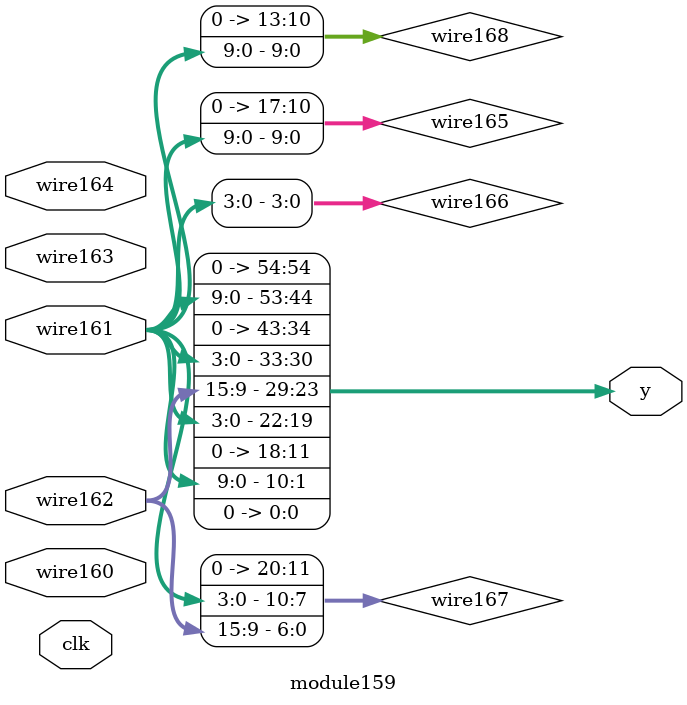
<source format=v>
module top
#(parameter param271 = ({({(|(8'hb1))} >>> ((-(8'hb3)) ? (~(8'ha7)) : ((8'ha7) ? (8'hba) : (8'ha4))))} ? ((8'ha4) ? ((-(+(8'had))) - ({(8'ha1)} ? {(8'ha8), (8'ha7)} : ((8'ha8) >>> (8'had)))) : {(+(~^(8'hbe)))}) : ((((-(8'ha8)) - (&(8'ha4))) & (((8'hbf) ? (8'hbb) : (8'hb2)) * {(8'had), (8'hae)})) ? (|{((8'h9f) * (8'hab)), (~|(8'ha5))}) : ((((8'ha3) * (8'hb4)) & ((8'hba) || (8'hae))) | ({(8'ha1), (8'h9e)} ? {(8'ha8)} : (~^(8'hb9)))))))
(y, clk, wire0, wire1, wire2, wire3, wire4);
  output wire [(32'h1c2):(32'h0)] y;
  input wire [(1'h0):(1'h0)] clk;
  input wire signed [(5'h13):(1'h0)] wire0;
  input wire [(4'he):(1'h0)] wire1;
  input wire signed [(4'h8):(1'h0)] wire2;
  input wire signed [(5'h12):(1'h0)] wire3;
  input wire [(4'hc):(1'h0)] wire4;
  wire [(5'h15):(1'h0)] wire269;
  wire [(5'h14):(1'h0)] wire268;
  wire [(5'h13):(1'h0)] wire267;
  wire [(5'h14):(1'h0)] wire266;
  wire signed [(2'h3):(1'h0)] wire261;
  wire [(4'hc):(1'h0)] wire260;
  wire signed [(5'h13):(1'h0)] wire5;
  wire [(3'h7):(1'h0)] wire56;
  wire [(4'hb):(1'h0)] wire58;
  wire [(5'h15):(1'h0)] wire59;
  wire [(5'h12):(1'h0)] wire135;
  wire signed [(5'h13):(1'h0)] wire137;
  wire signed [(4'hf):(1'h0)] wire258;
  reg [(4'he):(1'h0)] reg270 = (1'h0);
  reg signed [(4'hb):(1'h0)] reg265 = (1'h0);
  reg signed [(3'h4):(1'h0)] reg264 = (1'h0);
  reg [(4'hc):(1'h0)] reg263 = (1'h0);
  reg signed [(4'hb):(1'h0)] reg138 = (1'h0);
  reg [(5'h15):(1'h0)] reg139 = (1'h0);
  reg [(5'h14):(1'h0)] reg140 = (1'h0);
  reg signed [(5'h12):(1'h0)] reg141 = (1'h0);
  reg signed [(5'h15):(1'h0)] reg142 = (1'h0);
  reg [(4'ha):(1'h0)] reg143 = (1'h0);
  reg [(5'h10):(1'h0)] reg144 = (1'h0);
  reg [(5'h14):(1'h0)] reg145 = (1'h0);
  reg [(4'hb):(1'h0)] reg146 = (1'h0);
  reg signed [(5'h13):(1'h0)] reg147 = (1'h0);
  reg signed [(5'h12):(1'h0)] reg148 = (1'h0);
  reg [(4'h9):(1'h0)] reg149 = (1'h0);
  reg signed [(4'h9):(1'h0)] reg150 = (1'h0);
  assign y = {wire269,
                 wire268,
                 wire267,
                 wire266,
                 wire261,
                 wire260,
                 wire5,
                 wire56,
                 wire58,
                 wire59,
                 wire135,
                 wire137,
                 wire258,
                 reg270,
                 reg265,
                 reg264,
                 reg263,
                 reg138,
                 reg139,
                 reg140,
                 reg141,
                 reg142,
                 reg143,
                 reg144,
                 reg145,
                 reg146,
                 reg147,
                 reg148,
                 reg149,
                 reg150,
                 (1'h0)};
  assign wire5 = {wire2[(2'h3):(2'h2)],
                     $unsigned((wire3[(5'h12):(4'hf)] ?
                         wire1 : $unsigned((wire1 <<< wire3))))};
  module6 #() modinst57 (.wire8(wire1), .wire7(wire2), .clk(clk), .wire10(wire4), .y(wire56), .wire9(wire5));
  assign wire58 = (^~$signed($signed((~&$unsigned(wire56)))));
  assign wire59 = {(wire2 || wire5)};
  module60 #() modinst136 (.y(wire135), .wire63(wire0), .wire64(wire5), .clk(clk), .wire62(wire58), .wire61(wire3));
  assign wire137 = {(!wire0[(3'h6):(3'h6)]),
                       (($unsigned(wire5) ?
                               (wire5 < {wire1}) : (+(wire135 >= wire5))) ?
                           $unsigned(((wire56 ? wire2 : wire59) & (wire58 ?
                               wire4 : wire56))) : ($signed((wire5 ?
                                   wire135 : wire1)) ?
                               ($signed((8'h9c)) ?
                                   $unsigned(wire3) : wire59[(4'ha):(2'h3)]) : wire135[(5'h11):(4'he)]))};
  always
    @(posedge clk) begin
      if (($signed($unsigned(wire56[(2'h3):(1'h1)])) ? $signed(wire2) : wire58))
        begin
          reg138 <= ($signed($unsigned($unsigned((wire137 != (8'hbc))))) & ((~^wire135[(3'h5):(1'h0)]) ?
              wire137 : ({(8'hac)} ? wire58 : (&$signed((8'hbc))))));
          reg139 <= (~&wire5[(3'h5):(1'h1)]);
          if ((^~({($unsigned(reg138) ^~ (^wire0)),
              $signed((wire5 ~^ wire2))} >= ((!(~^(8'hb7))) <= $unsigned($signed(wire59))))))
            begin
              reg140 <= (($unsigned($signed((^wire56))) ?
                      (^~$signed(((7'h41) ?
                          (8'hb4) : (8'hb7)))) : $signed(((^~wire135) ?
                          (wire135 && wire59) : $unsigned(wire59)))) ?
                  (|$signed(wire1)) : $signed(wire4[(2'h3):(2'h3)]));
            end
          else
            begin
              reg140 <= wire58;
              reg141 <= wire0[(5'h12):(4'hf)];
              reg142 <= {$unsigned({((reg138 ? wire1 : wire5) ?
                          wire1 : $signed(reg139))})};
              reg143 <= (((8'hb7) ? $signed(wire1) : reg140[(1'h0):(1'h0)]) ?
                  (wire2 ?
                      {reg140} : wire5) : $unsigned($signed({$unsigned(reg141),
                      (reg140 ^~ reg140)})));
              reg144 <= $signed(reg143[(3'h7):(2'h3)]);
            end
          if ({(($signed(wire4[(2'h2):(1'h1)]) <= (~^(reg141 > (7'h41)))) ?
                  $unsigned($unsigned((reg141 ?
                      wire0 : wire135))) : $unsigned(((wire5 >>> wire58) ?
                      $signed(wire0) : {reg143, wire5}))),
              (($unsigned(((8'h9f) ? wire5 : wire137)) >= (reg142 ?
                  ((8'had) - wire3) : $signed(wire59))) | ($signed($signed(wire56)) << (reg143 ~^ (~&reg139))))})
            begin
              reg145 <= wire59[(3'h5):(1'h1)];
              reg146 <= (!(!$unsigned($unsigned(wire59))));
              reg147 <= ((8'ha6) - wire1);
            end
          else
            begin
              reg145 <= ({reg140} ?
                  $signed((^reg142[(5'h11):(4'ha)])) : $signed($unsigned({(wire1 ?
                          (8'h9c) : reg145),
                      $signed(reg141)})));
              reg146 <= (8'hbe);
              reg147 <= $unsigned(wire56);
              reg148 <= $signed($unsigned((~^reg146[(3'h4):(2'h3)])));
              reg149 <= {{((8'hb4) <= $unsigned(reg139[(5'h15):(4'hb)]))},
                  (reg148 * reg143[(3'h6):(2'h2)])};
            end
          reg150 <= wire135[(1'h1):(1'h1)];
        end
      else
        begin
          reg138 <= (reg144 >>> ((reg145[(4'ha):(4'h8)] ?
              $signed({wire0,
                  reg138}) : $unsigned($unsigned(wire58))) && $unsigned($signed((wire5 ?
              reg147 : wire56)))));
          reg139 <= ((8'ha9) >= ((^wire5[(4'h9):(3'h5)]) || $unsigned((reg147[(4'he):(3'h7)] ?
              $unsigned(wire59) : reg144[(2'h3):(1'h1)]))));
          reg140 <= reg146;
          reg141 <= (7'h44);
        end
    end
  module151 #() modinst259 (.y(wire258), .clk(clk), .wire154(reg140), .wire155(wire59), .wire152(reg142), .wire153(reg150));
  assign wire260 = $signed(($signed(reg149) ? wire58 : wire2[(3'h5):(2'h2)]));
  module60 #() modinst262 (.wire64(wire5), .wire62(wire4), .wire61(wire135), .clk(clk), .y(wire261), .wire63(wire137));
  always
    @(posedge clk) begin
      reg263 <= wire260[(4'h9):(3'h5)];
    end
  always
    @(posedge clk) begin
      reg264 <= reg148;
      reg265 <= reg144[(4'hb):(4'h8)];
    end
  assign wire266 = {(+(+$unsigned((wire258 ? (8'ha8) : reg144)))),
                       {$signed(((~|wire258) ? (&(7'h43)) : reg141))}};
  assign wire267 = wire5;
  assign wire268 = $unsigned($signed($signed((|((8'hb4) ? reg147 : reg139)))));
  assign wire269 = reg140[(3'h5):(3'h4)];
  always
    @(posedge clk) begin
      reg270 <= (~|wire4);
    end
endmodule

module module151
#(parameter param257 = (((~&((~|(8'ha1)) ? ((8'hae) * (8'hbd)) : ((8'ha5) ? (7'h44) : (8'hb9)))) && (+{((8'haa) ? (8'h9f) : (8'hac)), ((8'had) & (8'hbe))})) - (~^((((8'hb6) ^ (8'hb9)) ? ((8'had) ? (8'ha2) : (7'h40)) : ((8'ha7) ? (8'ha1) : (7'h44))) ? (~&((8'hb7) ? (8'h9d) : (8'ha5))) : {((8'ha1) | (8'hbb))}))))
(y, clk, wire155, wire154, wire153, wire152);
  output wire [(32'h157):(32'h0)] y;
  input wire [(1'h0):(1'h0)] clk;
  input wire [(5'h15):(1'h0)] wire155;
  input wire signed [(5'h14):(1'h0)] wire154;
  input wire signed [(4'h9):(1'h0)] wire153;
  input wire signed [(5'h12):(1'h0)] wire152;
  wire [(5'h15):(1'h0)] wire256;
  wire [(5'h14):(1'h0)] wire255;
  wire [(5'h14):(1'h0)] wire254;
  wire [(4'hb):(1'h0)] wire171;
  wire [(5'h11):(1'h0)] wire158;
  wire [(3'h7):(1'h0)] wire157;
  wire [(2'h2):(1'h0)] wire156;
  wire signed [(4'hb):(1'h0)] wire173;
  wire signed [(4'hf):(1'h0)] wire174;
  wire [(4'hc):(1'h0)] wire175;
  wire signed [(5'h10):(1'h0)] wire185;
  wire signed [(5'h14):(1'h0)] wire187;
  wire signed [(3'h5):(1'h0)] wire252;
  reg signed [(4'he):(1'h0)] reg188 = (1'h0);
  reg [(5'h15):(1'h0)] reg189 = (1'h0);
  reg [(4'h9):(1'h0)] reg190 = (1'h0);
  reg [(3'h5):(1'h0)] reg191 = (1'h0);
  reg [(4'hb):(1'h0)] reg192 = (1'h0);
  reg [(4'h9):(1'h0)] reg193 = (1'h0);
  reg [(3'h4):(1'h0)] reg194 = (1'h0);
  reg [(2'h3):(1'h0)] reg195 = (1'h0);
  reg signed [(5'h13):(1'h0)] reg196 = (1'h0);
  reg [(5'h11):(1'h0)] reg197 = (1'h0);
  reg signed [(5'h11):(1'h0)] reg198 = (1'h0);
  reg signed [(3'h4):(1'h0)] reg199 = (1'h0);
  reg [(4'h8):(1'h0)] reg200 = (1'h0);
  reg [(3'h7):(1'h0)] reg201 = (1'h0);
  reg signed [(5'h11):(1'h0)] reg202 = (1'h0);
  assign y = {wire256,
                 wire255,
                 wire254,
                 wire171,
                 wire158,
                 wire157,
                 wire156,
                 wire173,
                 wire174,
                 wire175,
                 wire185,
                 wire187,
                 wire252,
                 reg188,
                 reg189,
                 reg190,
                 reg191,
                 reg192,
                 reg193,
                 reg194,
                 reg195,
                 reg196,
                 reg197,
                 reg198,
                 reg199,
                 reg200,
                 reg201,
                 reg202,
                 (1'h0)};
  assign wire156 = {wire155, wire152};
  assign wire157 = (wire153 <<< (|(!$signed({wire155}))));
  assign wire158 = {(((8'h9d) ?
                               $unsigned((wire157 >> wire152)) : $signed(wire157)) ?
                           ($signed(wire156) ?
                               (((8'hb4) ?
                                   wire156 : (8'hbb)) || (wire152 >= wire157)) : ({wire155} ?
                                   (wire153 ?
                                       wire157 : wire155) : (+wire152))) : (^((wire154 ?
                                   (8'ha6) : (8'hb2)) ?
                               wire152[(2'h3):(2'h2)] : $unsigned(wire157)))),
                       wire157[(3'h4):(2'h2)]};
  module159 #() modinst172 (wire171, clk, wire154, wire152, wire155, wire153, wire158);
  assign wire173 = $unsigned($signed($signed(((wire154 ?
                       (8'hba) : wire171) && wire158[(4'hd):(4'h8)]))));
  assign wire174 = (&wire154);
  assign wire175 = $unsigned($unsigned(wire155[(5'h12):(4'hb)]));
  module176 #() modinst186 (.clk(clk), .wire177(wire154), .wire178(wire173), .wire179(wire174), .y(wire185), .wire180(wire171));
  assign wire187 = (~&(~^(~&((&wire171) <= $signed(wire174)))));
  always
    @(posedge clk) begin
      if (((wire185[(5'h10):(5'h10)] ?
          wire173[(1'h1):(1'h0)] : ((&(wire154 ~^ wire175)) >= (^~$signed(wire152)))) << wire158[(3'h4):(2'h3)]))
        begin
          if (wire157[(3'h5):(2'h2)])
            begin
              reg188 <= {{wire155[(2'h3):(2'h2)],
                      {((wire187 - wire152) != (wire185 ?
                              wire158 : wire153))}}};
              reg189 <= $unsigned($signed(wire173));
              reg190 <= wire174[(4'hc):(4'h8)];
              reg191 <= $signed(wire185[(1'h1):(1'h0)]);
              reg192 <= {(~&$signed($unsigned($unsigned((8'hbe)))))};
            end
          else
            begin
              reg188 <= {$unsigned({$signed(wire155[(4'h8):(4'h8)])}),
                  (~&reg189)};
            end
          reg193 <= {$signed(wire175)};
          if (($signed((-((|wire152) <<< (wire153 | wire156)))) << wire171[(1'h0):(1'h0)]))
            begin
              reg194 <= {(-$signed((((8'hbb) + wire187) != reg189)))};
              reg195 <= reg188[(4'hc):(1'h0)];
              reg196 <= $signed(((^~$unsigned($signed((8'hbc)))) <= (8'ha1)));
              reg197 <= (wire154[(5'h10):(4'hb)] ?
                  ($unsigned(({wire158} ?
                      wire158[(2'h3):(2'h2)] : (wire154 ?
                          reg196 : (7'h41)))) && (((reg194 < reg194) ?
                          reg192 : reg192) ?
                      $unsigned(wire171[(3'h7):(3'h7)]) : (^(|wire171)))) : (reg188 <= wire155));
              reg198 <= ((^(-$unsigned(((8'ha5) ?
                  reg192 : reg193)))) <<< (wire185[(4'h8):(3'h5)] ?
                  ($signed((wire156 <= reg190)) >>> (~&(-wire175))) : ((reg196[(3'h5):(2'h3)] ?
                          wire158[(4'h8):(2'h2)] : (wire153 <<< wire175)) ?
                      {(wire173 ?
                              wire154 : reg195)} : $signed((reg193 ^~ reg194)))));
            end
          else
            begin
              reg194 <= {$signed($unsigned((7'h44)))};
            end
          if ((^~reg192))
            begin
              reg199 <= $signed(wire154[(4'ha):(2'h2)]);
            end
          else
            begin
              reg199 <= reg193[(1'h0):(1'h0)];
              reg200 <= (~^$unsigned(($signed((wire155 - wire174)) < {wire171[(1'h1):(1'h0)],
                  reg191})));
              reg201 <= wire185[(4'h8):(2'h3)];
              reg202 <= {reg198};
            end
        end
      else
        begin
          reg188 <= ($signed(($unsigned($signed(reg188)) ?
              reg189 : reg190[(3'h5):(3'h5)])) + $unsigned({wire155,
              (wire185[(4'ha):(1'h0)] >> (&(8'had)))}));
          reg189 <= {$unsigned(((~&$unsigned(reg201)) << ({reg189,
                  reg195} ~^ {wire154, reg202}))),
              ({($unsigned(reg194) & wire152),
                  (!reg189[(4'hf):(4'hf)])} && ($unsigned(reg188) ?
                  $unsigned((|wire153)) : (&(wire173 ? reg192 : reg196))))};
          reg190 <= wire152[(4'h8):(3'h4)];
          if (wire155[(4'hc):(3'h4)])
            begin
              reg191 <= (8'hb2);
            end
          else
            begin
              reg191 <= $signed((wire155 >>> reg190[(4'h9):(3'h5)]));
              reg192 <= $signed(wire173[(4'hb):(4'ha)]);
              reg193 <= wire156[(1'h1):(1'h1)];
              reg194 <= (8'hb2);
            end
        end
    end
  module203 #() modinst253 (wire252, clk, wire152, wire154, reg200, wire174);
  assign wire254 = wire174;
  assign wire255 = {$signed((^($signed(wire157) ?
                           wire152 : $unsigned(wire174)))),
                       {wire158[(5'h10):(3'h7)]}};
  assign wire256 = ((&({{wire255, reg199}} ^ wire173[(3'h7):(3'h7)])) ?
                       $unsigned($unsigned((7'h43))) : reg199);
endmodule

module module60  (y, clk, wire61, wire62, wire63, wire64);
  output wire [(32'h165):(32'h0)] y;
  input wire [(1'h0):(1'h0)] clk;
  input wire signed [(5'h12):(1'h0)] wire61;
  input wire [(4'hb):(1'h0)] wire62;
  input wire signed [(5'h13):(1'h0)] wire63;
  input wire signed [(5'h13):(1'h0)] wire64;
  wire signed [(5'h13):(1'h0)] wire134;
  wire signed [(4'hf):(1'h0)] wire133;
  wire signed [(3'h4):(1'h0)] wire132;
  wire [(2'h2):(1'h0)] wire131;
  wire [(4'hc):(1'h0)] wire130;
  wire signed [(4'hd):(1'h0)] wire129;
  wire signed [(3'h4):(1'h0)] wire128;
  wire [(5'h12):(1'h0)] wire127;
  wire signed [(4'hc):(1'h0)] wire114;
  wire signed [(5'h14):(1'h0)] wire65;
  wire [(4'hd):(1'h0)] wire66;
  wire signed [(3'h4):(1'h0)] wire67;
  wire signed [(2'h3):(1'h0)] wire68;
  wire signed [(5'h14):(1'h0)] wire69;
  wire [(3'h5):(1'h0)] wire70;
  wire signed [(4'hf):(1'h0)] wire71;
  wire signed [(5'h12):(1'h0)] wire72;
  wire signed [(3'h6):(1'h0)] wire73;
  wire signed [(5'h15):(1'h0)] wire74;
  wire [(3'h7):(1'h0)] wire75;
  wire [(4'ha):(1'h0)] wire112;
  reg signed [(3'h5):(1'h0)] reg126 = (1'h0);
  reg signed [(4'hb):(1'h0)] reg125 = (1'h0);
  reg [(5'h12):(1'h0)] reg124 = (1'h0);
  reg signed [(5'h11):(1'h0)] reg123 = (1'h0);
  reg signed [(2'h2):(1'h0)] reg122 = (1'h0);
  reg [(2'h3):(1'h0)] reg121 = (1'h0);
  reg [(4'ha):(1'h0)] reg120 = (1'h0);
  reg [(3'h4):(1'h0)] reg119 = (1'h0);
  reg signed [(4'hf):(1'h0)] reg118 = (1'h0);
  reg [(2'h3):(1'h0)] reg117 = (1'h0);
  reg [(3'h6):(1'h0)] reg116 = (1'h0);
  reg [(5'h15):(1'h0)] reg115 = (1'h0);
  assign y = {wire134,
                 wire133,
                 wire132,
                 wire131,
                 wire130,
                 wire129,
                 wire128,
                 wire127,
                 wire114,
                 wire65,
                 wire66,
                 wire67,
                 wire68,
                 wire69,
                 wire70,
                 wire71,
                 wire72,
                 wire73,
                 wire74,
                 wire75,
                 wire112,
                 reg126,
                 reg125,
                 reg124,
                 reg123,
                 reg122,
                 reg121,
                 reg120,
                 reg119,
                 reg118,
                 reg117,
                 reg116,
                 reg115,
                 (1'h0)};
  assign wire65 = $signed((wire61 < wire61));
  assign wire66 = wire61;
  assign wire67 = (~^$signed($signed($signed(wire64[(1'h0):(1'h0)]))));
  assign wire68 = ((7'h44) || {(~wire63[(3'h6):(1'h1)])});
  assign wire69 = $unsigned(wire61);
  assign wire70 = (8'ha9);
  assign wire71 = $unsigned({((wire68[(1'h0):(1'h0)] ?
                          (wire69 < (8'hb5)) : $unsigned(wire67)) | wire64[(3'h6):(2'h3)])});
  assign wire72 = (7'h44);
  assign wire73 = ($signed($signed({(wire71 ? wire71 : (8'h9e))})) ?
                      wire63[(3'h6):(1'h0)] : (~&$signed($unsigned(wire64[(1'h0):(1'h0)]))));
  assign wire74 = $unsigned((($signed((wire61 ? (8'h9f) : wire62)) ?
                          ((~|wire73) > (wire62 ? wire67 : wire61)) : wire61) ?
                      $unsigned(wire70) : wire61[(1'h1):(1'h0)]));
  assign wire75 = wire70;
  module76 #() modinst113 (.wire80(wire75), .y(wire112), .wire78(wire72), .wire77(wire66), .wire81(wire69), .clk(clk), .wire79(wire64));
  assign wire114 = (wire66 <<< (wire65[(4'hf):(3'h5)] ?
                       (|{$signed(wire62),
                           wire67[(2'h2):(2'h2)]}) : wire63[(5'h11):(4'hc)]));
  always
    @(posedge clk) begin
      reg115 <= wire114[(4'h9):(1'h1)];
      reg116 <= wire66;
      if ((^~((~&$signed((wire71 - wire69))) ?
          $signed(wire75[(3'h6):(3'h6)]) : (&(-(wire66 ? wire64 : wire71))))))
        begin
          if (wire73[(3'h4):(2'h3)])
            begin
              reg117 <= {($signed({{wire70},
                      $signed(wire74)}) >= (wire75[(3'h4):(1'h1)] ?
                      $signed($signed(wire61)) : ({wire68} >= (+wire62))))};
            end
          else
            begin
              reg117 <= (^~(~^$signed($signed((wire72 ? wire72 : wire66)))));
              reg118 <= {(|(($unsigned(wire73) ?
                          wire70[(2'h3):(1'h0)] : wire71[(4'hd):(3'h4)]) ?
                      (~|reg115[(5'h12):(2'h3)]) : $unsigned((wire61 == wire68)))),
                  $unsigned($signed(($unsigned(wire65) + wire62)))};
            end
          reg119 <= $unsigned(($signed((!$signed(wire73))) * $signed((~^$signed((8'ha6))))));
        end
      else
        begin
          if ((wire74 ?
              $unsigned($unsigned(({reg116, wire75} ?
                  (reg117 ?
                      wire75 : wire63) : wire63[(2'h3):(1'h0)]))) : $signed(wire67)))
            begin
              reg117 <= $unsigned($signed($unsigned(($signed((8'hab)) ?
                  wire70 : $unsigned(wire68)))));
              reg118 <= $signed(((~^($signed(wire62) ?
                      (reg117 < wire63) : wire65)) ?
                  {{$unsigned(wire69), (wire65 ? wire114 : reg115)},
                      $unsigned({wire69, wire72})} : $signed((((8'hbf) ?
                      (7'h43) : wire61) & (reg116 >>> wire68)))));
              reg119 <= $signed($signed(($signed(wire114[(1'h0):(1'h0)]) < (wire74[(4'hd):(3'h6)] ?
                  wire61[(1'h1):(1'h0)] : wire71[(4'hb):(2'h2)]))));
              reg120 <= wire68[(1'h1):(1'h0)];
            end
          else
            begin
              reg117 <= (~((-$signed($unsigned(wire63))) ?
                  (!($unsigned((8'ha9)) > {wire73})) : {wire61}));
              reg118 <= ($signed($unsigned(wire65[(4'he):(4'h9)])) == (!reg117));
              reg119 <= (~$unsigned(wire65));
              reg120 <= $signed($unsigned({$signed(wire75[(1'h1):(1'h1)]),
                  reg117}));
              reg121 <= (wire61 ?
                  (^~(~^wire71[(4'h8):(1'h1)])) : ($unsigned(((+reg116) ?
                          (wire68 ? (8'hb3) : reg116) : (wire61 ?
                              wire69 : reg115))) ?
                      wire73[(1'h1):(1'h1)] : reg117));
            end
          if ((($unsigned(reg121[(2'h3):(1'h1)]) ?
              ((wire62 ~^ $unsigned(wire73)) || $unsigned($unsigned(wire72))) : ($signed(reg116[(1'h1):(1'h0)]) <= (8'ha5))) <<< $unsigned(wire66[(3'h4):(1'h0)])))
            begin
              reg122 <= $signed(wire74[(4'ha):(2'h2)]);
              reg123 <= ((~&($unsigned($signed(wire67)) ?
                      ((reg119 > wire65) ?
                          $signed(wire112) : ((8'had) != reg121)) : $unsigned($signed(wire68)))) ?
                  $unsigned((wire65[(2'h2):(2'h2)] * $unsigned(wire114[(3'h5):(2'h3)]))) : {$signed(($unsigned(reg122) ?
                          (wire64 > wire70) : $unsigned(wire70))),
                      $signed({$signed(reg116), wire64})});
            end
          else
            begin
              reg122 <= {(~(!$unsigned({wire61, wire70}))),
                  (wire114[(4'hc):(4'ha)] * wire75[(3'h5):(3'h4)])};
            end
          reg124 <= (~&((8'hb6) > wire112[(4'h8):(2'h3)]));
          reg125 <= ($unsigned($signed($unsigned($signed(reg116)))) << (8'hb2));
        end
      reg126 <= wire75;
    end
  assign wire127 = (8'haf);
  assign wire128 = (reg116 ?
                       wire72 : (reg124 ?
                           ($signed(reg115) && $unsigned((wire114 ?
                               wire62 : wire63))) : $signed($signed((reg116 ?
                               wire73 : reg124)))));
  assign wire129 = (((($signed(reg118) ?
                       wire66 : (reg126 <<< wire68)) > (wire64[(4'ha):(3'h5)] ?
                       wire61 : $signed(reg120))) < $signed(wire72[(4'h9):(3'h5)])) >> {($unsigned(reg119) ?
                           (|$signed(wire69)) : ({reg120} ?
                               $signed(wire66) : $unsigned(wire67))),
                       {((+(8'ha7)) | wire66),
                           ((wire74 ? wire74 : reg118) ?
                               wire73[(1'h0):(1'h0)] : (!(8'ha1)))}});
  assign wire130 = (^~(~|wire74));
  assign wire131 = (reg122 ?
                       wire128[(1'h0):(1'h0)] : {((8'hbb) * $unsigned((wire61 + (8'hab)))),
                           $unsigned($signed(wire127[(4'h8):(4'h8)]))});
  assign wire132 = wire70;
  assign wire133 = ((reg121[(2'h3):(1'h0)] >= (~|wire69)) ?
                       wire127 : $unsigned($signed($unsigned($unsigned(reg116)))));
  assign wire134 = reg124;
endmodule

module module6
#(parameter param54 = ((^({(+(8'hac))} ? ((~(8'hb1)) ? ((8'haa) ? (8'hb3) : (8'hb8)) : (~&(8'ha4))) : (((7'h41) ? (8'hb5) : (7'h40)) ^~ ((8'h9e) || (8'hbd))))) > (((((8'ha3) ? (8'ha8) : (8'hbf)) ? (+(8'ha4)) : ((8'hac) > (8'ha4))) ? (~|((8'hac) ^ (7'h43))) : (&{(7'h40), (8'h9c)})) ? ((((7'h42) ? (8'h9c) : (8'h9e)) >>> ((8'hbb) > (7'h40))) ? {{(8'hb6)}} : (^~(^(8'hba)))) : ((((8'hbf) ? (8'hb3) : (8'ha4)) ? ((8'h9c) >= (8'h9e)) : (8'hb1)) ~^ ((+(8'haf)) >> (~(8'hbd)))))), 
parameter param55 = ((^(|((param54 < (8'h9d)) ? param54 : (param54 ? param54 : param54)))) & (^((8'hb0) ? ((8'hac) ? param54 : param54) : (param54 << (param54 <= param54))))))
(y, clk, wire10, wire9, wire8, wire7);
  output wire [(32'h225):(32'h0)] y;
  input wire [(1'h0):(1'h0)] clk;
  input wire [(4'hc):(1'h0)] wire10;
  input wire signed [(2'h2):(1'h0)] wire9;
  input wire signed [(4'he):(1'h0)] wire8;
  input wire [(2'h3):(1'h0)] wire7;
  wire signed [(5'h15):(1'h0)] wire46;
  wire signed [(5'h14):(1'h0)] wire45;
  wire signed [(5'h15):(1'h0)] wire34;
  wire signed [(4'hc):(1'h0)] wire33;
  wire [(3'h7):(1'h0)] wire32;
  wire signed [(5'h12):(1'h0)] wire22;
  reg signed [(3'h5):(1'h0)] reg53 = (1'h0);
  reg [(5'h13):(1'h0)] reg52 = (1'h0);
  reg signed [(4'he):(1'h0)] reg51 = (1'h0);
  reg signed [(5'h14):(1'h0)] reg50 = (1'h0);
  reg signed [(5'h14):(1'h0)] reg49 = (1'h0);
  reg [(4'he):(1'h0)] reg48 = (1'h0);
  reg signed [(3'h7):(1'h0)] reg47 = (1'h0);
  reg signed [(5'h11):(1'h0)] reg44 = (1'h0);
  reg signed [(4'hb):(1'h0)] reg43 = (1'h0);
  reg signed [(3'h4):(1'h0)] reg42 = (1'h0);
  reg signed [(5'h12):(1'h0)] reg41 = (1'h0);
  reg [(4'hc):(1'h0)] reg40 = (1'h0);
  reg signed [(5'h14):(1'h0)] reg39 = (1'h0);
  reg [(4'hf):(1'h0)] reg38 = (1'h0);
  reg [(5'h11):(1'h0)] reg37 = (1'h0);
  reg [(4'h9):(1'h0)] reg36 = (1'h0);
  reg signed [(3'h4):(1'h0)] reg35 = (1'h0);
  reg [(4'h9):(1'h0)] reg31 = (1'h0);
  reg [(4'hd):(1'h0)] reg30 = (1'h0);
  reg signed [(5'h13):(1'h0)] reg29 = (1'h0);
  reg signed [(4'hf):(1'h0)] reg28 = (1'h0);
  reg [(4'hc):(1'h0)] reg27 = (1'h0);
  reg signed [(4'hf):(1'h0)] reg26 = (1'h0);
  reg [(4'h8):(1'h0)] reg25 = (1'h0);
  reg signed [(3'h7):(1'h0)] reg24 = (1'h0);
  reg [(3'h7):(1'h0)] reg23 = (1'h0);
  reg [(5'h11):(1'h0)] reg21 = (1'h0);
  reg signed [(4'hb):(1'h0)] reg20 = (1'h0);
  reg signed [(4'h9):(1'h0)] reg19 = (1'h0);
  reg signed [(3'h4):(1'h0)] reg18 = (1'h0);
  reg [(5'h14):(1'h0)] reg17 = (1'h0);
  reg [(3'h5):(1'h0)] reg16 = (1'h0);
  reg signed [(3'h5):(1'h0)] reg15 = (1'h0);
  reg signed [(2'h2):(1'h0)] reg14 = (1'h0);
  reg [(5'h14):(1'h0)] reg13 = (1'h0);
  reg [(4'hf):(1'h0)] reg12 = (1'h0);
  reg [(4'ha):(1'h0)] reg11 = (1'h0);
  assign y = {wire46,
                 wire45,
                 wire34,
                 wire33,
                 wire32,
                 wire22,
                 reg53,
                 reg52,
                 reg51,
                 reg50,
                 reg49,
                 reg48,
                 reg47,
                 reg44,
                 reg43,
                 reg42,
                 reg41,
                 reg40,
                 reg39,
                 reg38,
                 reg37,
                 reg36,
                 reg35,
                 reg31,
                 reg30,
                 reg29,
                 reg28,
                 reg27,
                 reg26,
                 reg25,
                 reg24,
                 reg23,
                 reg21,
                 reg20,
                 reg19,
                 reg18,
                 reg17,
                 reg16,
                 reg15,
                 reg14,
                 reg13,
                 reg12,
                 reg11,
                 (1'h0)};
  always
    @(posedge clk) begin
      reg11 <= (wire10 < $signed($signed((wire9 > wire8))));
      reg12 <= ((^~$signed(reg11[(3'h4):(2'h2)])) ?
          $signed(reg11) : (|(wire7[(2'h3):(1'h1)] ?
              (~&$signed((7'h42))) : ($unsigned(wire10) ?
                  wire9[(1'h1):(1'h0)] : {reg11, wire9}))));
      if ({(^wire9)})
        begin
          reg13 <= wire9[(1'h1):(1'h0)];
          reg14 <= ($unsigned((($signed((8'ha8)) ?
                      (~&wire8) : reg11[(1'h1):(1'h0)]) ?
                  $signed((wire9 ? reg12 : reg11)) : (8'ha8))) ?
              ({reg13[(1'h0):(1'h0)]} ?
                  wire10[(1'h1):(1'h0)] : (8'h9c)) : (reg13 ?
                  (reg11 ?
                      ($signed(reg13) ?
                          wire9 : (wire10 > wire10)) : reg11[(3'h5):(1'h0)]) : ((wire8 ?
                          (wire7 ^ (8'hb8)) : $signed(reg13)) ?
                      $signed(reg12[(3'h6):(3'h4)]) : reg12[(4'hd):(4'h8)])));
        end
      else
        begin
          reg13 <= {$signed(wire8),
              (($signed(((7'h44) && wire7)) ?
                  ((reg14 ? reg12 : reg12) ?
                      $signed(reg13) : (reg12 ?
                          reg12 : wire7)) : {(~^wire8)}) != $signed($unsigned($unsigned(wire7))))};
          if ((!wire7[(1'h1):(1'h1)]))
            begin
              reg14 <= $signed($signed(($unsigned({wire8,
                  reg11}) <= wire8[(3'h7):(3'h4)])));
            end
          else
            begin
              reg14 <= ($signed(wire10[(3'h5):(3'h4)]) ?
                  $signed($unsigned(wire9[(2'h2):(1'h1)])) : $unsigned((reg11 ?
                      $signed($signed(wire9)) : {wire10[(4'h9):(3'h4)],
                          (&wire8)})));
            end
          reg15 <= $signed($unsigned(wire9[(2'h2):(1'h0)]));
          reg16 <= (reg13[(1'h0):(1'h0)] >= $signed({wire8[(4'he):(1'h0)],
              ($unsigned(reg13) & {(8'hab)})}));
          if (($unsigned(reg12) ?
              (!{({reg12, wire9} > (wire9 ? reg15 : reg13))}) : (reg13 ?
                  wire8[(1'h1):(1'h1)] : (~|wire8))))
            begin
              reg17 <= $unsigned(wire9[(2'h2):(1'h1)]);
              reg18 <= (((~$unsigned((8'hb2))) == {(((8'hbf) ?
                          wire8 : reg17) | $signed(reg17)),
                      (reg13 <<< $unsigned(reg17))}) ?
                  ($unsigned(reg17) ?
                      {$signed((!(8'hbd)))} : ((((8'h9c) ? reg12 : (8'ha0)) ?
                          wire10 : (+(8'h9c))) >>> (8'had))) : wire10);
              reg19 <= $unsigned(wire8);
              reg20 <= (reg18 ? reg16[(1'h1):(1'h1)] : reg18);
            end
          else
            begin
              reg17 <= reg11[(3'h4):(3'h4)];
              reg18 <= (|($unsigned($unsigned((+reg12))) <= $unsigned(wire8)));
              reg19 <= reg15;
              reg20 <= ($unsigned($signed((-$signed(wire7)))) ?
                  $unsigned(((^~(wire10 ? wire9 : reg20)) >> ((reg20 ?
                          wire9 : reg15) ?
                      (wire10 && wire7) : (reg12 * reg20)))) : ((reg15 - wire9) ?
                      (~&(8'hbd)) : $unsigned($signed(reg19[(2'h2):(2'h2)]))));
            end
        end
      reg21 <= (($unsigned(wire9[(2'h2):(2'h2)]) << ((+(8'hb3)) ?
              ((~&wire10) ?
                  $signed(wire9) : (reg14 ? wire7 : wire8)) : reg13)) ?
          $unsigned(reg19) : (reg18[(1'h1):(1'h0)] ?
              $signed(wire10[(2'h3):(1'h0)]) : reg15[(1'h0):(1'h0)]));
    end
  assign wire22 = $unsigned((-reg20[(1'h0):(1'h0)]));
  always
    @(posedge clk) begin
      if ((+(($signed((~|reg15)) <= ($unsigned((7'h44)) ?
              reg16 : (reg13 ? reg15 : reg18))) ?
          (~|(reg18[(1'h1):(1'h0)] == $signed(reg18))) : {{(reg20 ?
                      reg11 : (8'hb5)),
                  (&(8'h9d))},
              (^~(+reg12))})))
        begin
          reg23 <= ($signed(wire22[(4'hf):(4'h8)]) ?
              {reg14[(1'h0):(1'h0)],
                  $unsigned($unsigned((8'ha9)))} : $unsigned($unsigned(reg12[(3'h5):(3'h5)])));
          reg24 <= (({reg19[(1'h0):(1'h0)]} != reg13) <<< $signed(reg16));
          reg25 <= reg13[(4'he):(1'h1)];
          if ((&wire22[(4'h9):(3'h4)]))
            begin
              reg26 <= wire22;
              reg27 <= (reg23 ?
                  reg19 : (wire9 ?
                      $unsigned((wire8[(4'he):(3'h7)] <= ((7'h42) ?
                          reg18 : reg16))) : reg17[(3'h6):(3'h4)]));
              reg28 <= (~|({reg27, wire8[(4'h9):(3'h4)]} ?
                  reg17 : $unsigned(((~^reg14) >= wire10[(3'h6):(1'h0)]))));
            end
          else
            begin
              reg26 <= $unsigned((-(~&(-(wire7 >>> reg23)))));
            end
          reg29 <= {(reg23[(1'h1):(1'h0)] << reg13), $signed(reg21)};
        end
      else
        begin
          reg23 <= $unsigned((~&$signed($unsigned((reg16 | wire9)))));
          reg24 <= $signed(reg21[(2'h3):(2'h3)]);
          reg25 <= {{reg26}, $unsigned(reg16)};
          if ($signed(((reg20 | reg18[(1'h0):(1'h0)]) | reg29)))
            begin
              reg26 <= $unsigned((~&$signed({reg13[(5'h10):(3'h4)]})));
              reg27 <= $unsigned($signed(reg20[(2'h3):(2'h2)]));
              reg28 <= reg21[(4'hf):(1'h0)];
              reg29 <= (+$unsigned($unsigned(($unsigned(reg17) ?
                  (^wire10) : $unsigned(reg17)))));
            end
          else
            begin
              reg26 <= (~(wire22[(5'h10):(3'h4)] >> reg29[(5'h13):(4'hc)]));
              reg27 <= $signed((^~$unsigned(reg29)));
              reg28 <= wire22[(4'h8):(1'h0)];
            end
          reg30 <= (~$signed(wire9));
        end
      reg31 <= $unsigned(reg17[(4'he):(4'ha)]);
    end
  assign wire32 = reg23[(1'h1):(1'h0)];
  assign wire33 = $unsigned($unsigned(reg12[(3'h6):(3'h5)]));
  assign wire34 = (wire7[(1'h1):(1'h0)] ?
                      (reg12[(3'h7):(2'h2)] * ((^wire22[(5'h12):(4'he)]) - reg17)) : reg23[(2'h2):(2'h2)]);
  always
    @(posedge clk) begin
      if (reg28[(1'h0):(1'h0)])
        begin
          reg35 <= (reg20[(1'h1):(1'h1)] | reg20[(4'ha):(4'h8)]);
          if ({{(^~$signed($unsigned(wire10)))},
              $signed(($signed((reg12 ?
                  reg23 : (8'hbc))) - reg31[(3'h4):(2'h2)]))})
            begin
              reg36 <= (wire34 > (~|$unsigned(((reg20 ?
                  (8'hbb) : (8'haa)) - wire33[(3'h6):(3'h5)]))));
            end
          else
            begin
              reg36 <= $unsigned((reg19 ?
                  $unsigned((~^reg30)) : reg11[(4'ha):(4'h9)]));
              reg37 <= ($unsigned(($signed((reg12 == reg17)) >= wire32[(1'h1):(1'h0)])) ?
                  (~^$unsigned((reg25 >= wire9[(2'h2):(1'h0)]))) : $signed((~|wire32[(3'h4):(2'h2)])));
              reg38 <= reg26;
              reg39 <= (^~reg16);
              reg40 <= {$signed({reg38,
                      ((wire7 <<< reg36) ?
                          reg26[(4'ha):(2'h3)] : (reg21 || reg17))})};
            end
        end
      else
        begin
          reg35 <= reg12[(4'hb):(2'h3)];
          if ($unsigned($signed($signed($unsigned(wire10)))))
            begin
              reg36 <= (~|(-((~|wire10[(4'hc):(1'h0)]) * reg19[(4'h8):(2'h2)])));
              reg37 <= $signed((($signed($signed(reg11)) ?
                  wire22 : (reg39[(3'h4):(2'h2)] ^~ reg40[(2'h2):(1'h1)])) || wire10));
              reg38 <= (!$signed($unsigned(reg17)));
            end
          else
            begin
              reg36 <= ((-reg20) && $signed(({$unsigned(wire34),
                      (wire22 >= reg27)} ?
                  ($unsigned((8'hab)) > reg12) : (!$signed((8'hb5))))));
            end
          reg39 <= $signed($unsigned(reg11));
          reg40 <= ({$unsigned({$unsigned(reg39)})} >> $signed((~|$unsigned(wire10))));
          reg41 <= ((8'ha9) == $signed(reg23[(2'h2):(1'h0)]));
        end
      reg42 <= (reg14[(1'h1):(1'h1)] ?
          ($unsigned((reg18 ?
              (wire22 ?
                  (8'hb8) : (8'hb1)) : (~&reg14))) >= reg28[(4'hc):(4'h8)]) : (&{(reg41[(4'hf):(4'hd)] < {wire8}),
              $signed(wire8[(3'h7):(3'h5)])}));
      reg43 <= wire22[(3'h5):(2'h2)];
      reg44 <= $unsigned(reg24[(1'h1):(1'h1)]);
    end
  assign wire45 = wire9;
  assign wire46 = reg19;
  always
    @(posedge clk) begin
      reg47 <= (8'h9d);
      reg48 <= (((&(&(|reg19))) ^ wire22[(5'h12):(5'h11)]) ?
          (($unsigned(wire46) ?
                  $unsigned((wire8 ? reg11 : reg15)) : (+(wire32 ?
                      (8'hbf) : reg36))) ?
              $signed(((8'ha5) >= wire22[(4'hc):(3'h6)])) : $signed($signed($signed(reg40)))) : $signed((($unsigned(reg40) ?
                  (reg40 ? reg38 : reg40) : {reg40}) ?
              (|$unsigned(reg38)) : reg18[(1'h0):(1'h0)])));
      if ((((wire22[(1'h1):(1'h0)] != (wire32[(3'h5):(3'h5)] ?
              ((8'ha0) ?
                  reg25 : wire46) : reg11[(4'ha):(2'h2)])) >= reg24[(2'h3):(1'h0)]) ?
          (&$unsigned(($signed(reg40) ~^ reg37[(3'h6):(3'h6)]))) : reg43))
        begin
          reg49 <= {(|((wire8 ? (reg12 << reg12) : {wire33}) ?
                  $unsigned($signed(reg43)) : $unsigned({reg26}))),
              {($signed($unsigned(reg16)) ?
                      {(reg21 ? reg31 : (8'ha3)),
                          {reg26, reg29}} : reg17[(4'hc):(4'hb)])}};
        end
      else
        begin
          reg49 <= (^~(~(^reg28[(4'he):(4'hc)])));
          reg50 <= wire10[(4'h8):(3'h4)];
          reg51 <= reg15;
        end
      reg52 <= {$signed(((&{reg21, wire10}) ?
              $signed($signed(wire46)) : (reg14[(1'h0):(1'h0)] <<< wire32[(3'h6):(2'h2)]))),
          reg29};
      reg53 <= reg52[(4'he):(1'h1)];
    end
endmodule

module module76  (y, clk, wire81, wire80, wire79, wire78, wire77);
  output wire [(32'h13c):(32'h0)] y;
  input wire [(1'h0):(1'h0)] clk;
  input wire signed [(5'h12):(1'h0)] wire81;
  input wire [(3'h7):(1'h0)] wire80;
  input wire [(3'h5):(1'h0)] wire79;
  input wire signed [(5'h12):(1'h0)] wire78;
  input wire [(4'ha):(1'h0)] wire77;
  wire signed [(4'h9):(1'h0)] wire111;
  wire [(4'hb):(1'h0)] wire107;
  wire signed [(4'ha):(1'h0)] wire106;
  wire [(3'h5):(1'h0)] wire105;
  wire [(3'h5):(1'h0)] wire104;
  wire signed [(3'h5):(1'h0)] wire103;
  wire signed [(4'hb):(1'h0)] wire102;
  wire [(3'h7):(1'h0)] wire101;
  wire signed [(3'h4):(1'h0)] wire85;
  wire [(4'hb):(1'h0)] wire84;
  wire [(4'hb):(1'h0)] wire83;
  wire signed [(4'ha):(1'h0)] wire82;
  reg [(4'hc):(1'h0)] reg110 = (1'h0);
  reg signed [(4'ha):(1'h0)] reg109 = (1'h0);
  reg [(5'h12):(1'h0)] reg108 = (1'h0);
  reg signed [(5'h15):(1'h0)] reg100 = (1'h0);
  reg [(4'hf):(1'h0)] reg99 = (1'h0);
  reg signed [(2'h3):(1'h0)] reg98 = (1'h0);
  reg signed [(4'h8):(1'h0)] reg97 = (1'h0);
  reg signed [(4'h8):(1'h0)] reg96 = (1'h0);
  reg signed [(4'ha):(1'h0)] reg95 = (1'h0);
  reg [(4'hc):(1'h0)] reg94 = (1'h0);
  reg signed [(5'h13):(1'h0)] reg93 = (1'h0);
  reg [(3'h6):(1'h0)] reg92 = (1'h0);
  reg [(4'hb):(1'h0)] reg91 = (1'h0);
  reg signed [(4'hc):(1'h0)] reg90 = (1'h0);
  reg [(5'h14):(1'h0)] reg89 = (1'h0);
  reg [(3'h7):(1'h0)] reg88 = (1'h0);
  reg [(3'h5):(1'h0)] reg87 = (1'h0);
  reg signed [(5'h13):(1'h0)] reg86 = (1'h0);
  assign y = {wire111,
                 wire107,
                 wire106,
                 wire105,
                 wire104,
                 wire103,
                 wire102,
                 wire101,
                 wire85,
                 wire84,
                 wire83,
                 wire82,
                 reg110,
                 reg109,
                 reg108,
                 reg100,
                 reg99,
                 reg98,
                 reg97,
                 reg96,
                 reg95,
                 reg94,
                 reg93,
                 reg92,
                 reg91,
                 reg90,
                 reg89,
                 reg88,
                 reg87,
                 reg86,
                 (1'h0)};
  assign wire82 = {wire78};
  assign wire83 = ({(8'ha4)} ?
                      $signed((7'h42)) : (&{($unsigned(wire82) ?
                              wire78[(4'he):(2'h2)] : $signed(wire80)),
                          (8'hb6)}));
  assign wire84 = $unsigned({(-wire78[(4'he):(3'h4)])});
  assign wire85 = {((^~wire83[(1'h1):(1'h1)]) ^~ $signed((|$unsigned(wire78))))};
  always
    @(posedge clk) begin
      reg86 <= {{(((wire84 ? wire77 : wire81) ?
                  {wire85,
                      wire81} : $unsigned(wire77)) << (~^(wire84 | (8'hb0))))},
          wire82[(2'h2):(1'h0)]};
      if ((wire77 ? {(wire85 ~^ {$unsigned((8'had))})} : (+(8'hb4))))
        begin
          if (((~^wire79) ?
              (&(|wire79[(2'h3):(2'h3)])) : ((wire82[(2'h2):(1'h0)] ?
                      $unsigned((wire78 << (8'hb0))) : $unsigned((~|wire82))) ?
                  $signed((wire80 ?
                      (wire81 ?
                          wire77 : wire79) : (wire77 >>> wire81))) : wire83[(2'h2):(1'h1)])))
            begin
              reg87 <= reg86;
              reg88 <= (reg87 ?
                  (($signed($signed(wire85)) ?
                          ((~wire85) ?
                              (wire81 ?
                                  (8'ha1) : reg87) : wire83) : (^$signed(wire81))) ?
                      wire77[(3'h7):(2'h3)] : wire83) : (8'hac));
              reg89 <= (wire80[(2'h2):(1'h0)] ?
                  $signed($unsigned(wire84)) : $signed(reg86[(4'hc):(4'hc)]));
            end
          else
            begin
              reg87 <= {wire79, wire83[(3'h5):(3'h5)]};
              reg88 <= (~wire80[(1'h1):(1'h0)]);
              reg89 <= (wire82[(2'h3):(1'h1)] ?
                  (^wire82) : ((wire80[(3'h4):(2'h3)] ?
                      (!$unsigned(wire77)) : $signed($unsigned(wire79))) * reg89));
            end
          reg90 <= wire85[(1'h1):(1'h1)];
          reg91 <= wire85[(2'h3):(1'h1)];
          reg92 <= (((^~(~|$unsigned(wire81))) * $signed($signed($unsigned(reg88)))) ?
              wire85[(1'h0):(1'h0)] : $signed((~((^reg87) ?
                  $unsigned(reg91) : reg91[(4'h9):(4'h9)]))));
        end
      else
        begin
          reg87 <= $unsigned((((-wire78) | reg86[(3'h4):(2'h2)]) && (!$signed($unsigned(reg90)))));
          reg88 <= {($unsigned({(wire85 ?
                      (7'h42) : (7'h42))}) << ((reg87 <<< $unsigned(wire83)) ^~ $unsigned((wire83 ~^ (8'hb7)))))};
          reg89 <= {{reg89[(4'h9):(3'h4)], $signed(wire84)}};
        end
      reg93 <= ((!wire82) ?
          ($signed(wire79) ?
              reg87[(3'h5):(3'h4)] : reg91[(1'h1):(1'h1)]) : (8'hb1));
      if ((wire82[(2'h2):(1'h0)] ?
          {{(&{wire79})},
              {((reg93 ? reg90 : (8'haa)) >>> $unsigned(wire84)),
                  ($signed(reg87) ?
                      (wire81 ?
                          reg88 : wire84) : reg92[(3'h5):(3'h5)])}} : (|wire78[(4'h8):(2'h2)])))
        begin
          reg94 <= $signed(wire82[(2'h2):(1'h1)]);
          reg95 <= (+wire78);
          reg96 <= ({$signed({(reg87 ? wire79 : wire83),
                  (reg87 ?
                      (8'hac) : reg91)})} >>> $signed(reg87[(2'h2):(2'h2)]));
          reg97 <= {reg92[(3'h6):(2'h3)]};
          reg98 <= ({wire85} != reg92[(3'h5):(2'h3)]);
        end
      else
        begin
          if (reg86[(4'ha):(1'h0)])
            begin
              reg94 <= $unsigned((8'h9c));
              reg95 <= $signed($signed(wire78));
            end
          else
            begin
              reg94 <= reg95;
              reg95 <= (($unsigned({reg98[(1'h1):(1'h1)]}) ?
                  $signed((reg94 ?
                      wire77[(2'h3):(1'h1)] : (reg95 ?
                          wire85 : (8'ha0)))) : reg98[(1'h1):(1'h0)]) && $signed($unsigned(({reg88} ?
                  {(8'hb1), reg89} : wire79))));
              reg96 <= ($unsigned((reg96[(3'h4):(2'h3)] ?
                  (-$signed(wire84)) : (^(wire80 ~^ wire77)))) == $unsigned({wire80,
                  {(wire82 & wire80)}}));
              reg97 <= ($signed($signed({(reg98 != reg96)})) ?
                  wire80[(3'h7):(3'h7)] : reg94[(1'h0):(1'h0)]);
            end
          reg98 <= ($unsigned(wire81) ?
              ($signed(reg91[(3'h7):(2'h3)]) * wire81) : reg87[(3'h5):(3'h5)]);
          reg99 <= (^wire77);
          reg100 <= $unsigned($unsigned(reg93));
        end
    end
  assign wire101 = wire77[(3'h6):(3'h6)];
  assign wire102 = (~^$signed(reg95));
  assign wire103 = ($signed(((wire102[(4'hb):(4'h8)] ?
                               wire78 : (reg96 ? reg93 : wire82)) ?
                           $unsigned(wire85[(2'h3):(1'h0)]) : (-$signed(wire79)))) ?
                       wire83 : reg100);
  assign wire104 = ($signed(({$unsigned(reg95)} ?
                           (|$signed(reg91)) : {(reg91 ? reg91 : reg100),
                               wire80[(3'h5):(2'h3)]})) ?
                       ((~&(reg97 << (8'h9f))) ?
                           wire81 : $signed((&(wire103 ?
                               (8'hb3) : wire103)))) : $unsigned(wire82));
  assign wire105 = {reg87};
  assign wire106 = wire83;
  assign wire107 = (~|$unsigned($signed(((wire82 ? reg87 : reg94) ?
                       wire106[(4'h9):(3'h5)] : (reg93 <= wire101)))));
  always
    @(posedge clk) begin
      reg108 <= $unsigned(wire77);
      reg109 <= ((~&wire85[(2'h2):(2'h2)]) ?
          $signed($signed(($unsigned(wire85) ?
              wire105[(2'h2):(2'h2)] : reg99))) : wire104);
      reg110 <= reg100;
    end
  assign wire111 = (!$signed($signed(reg110)));
endmodule

module module203
#(parameter param251 = (((8'ha8) ? (^~((7'h42) ? ((8'ha8) ? (8'ha8) : (7'h40)) : ((8'ha2) ? (7'h41) : (8'hbb)))) : ((+{(8'hb0)}) <<< {{(8'hae)}, (-(8'hb2))})) >>> ((~^(((8'hbb) ? (8'ha1) : (8'ha9)) ? ((8'hb2) ? (8'hb1) : (8'ha0)) : ((8'ha7) & (8'h9e)))) || {((~(8'hb7)) | ((8'h9f) <<< (8'hb9))), (+((7'h41) >> (8'ha5)))})))
(y, clk, wire207, wire206, wire205, wire204);
  output wire [(32'h1e6):(32'h0)] y;
  input wire [(1'h0):(1'h0)] clk;
  input wire signed [(5'h12):(1'h0)] wire207;
  input wire signed [(4'h8):(1'h0)] wire206;
  input wire signed [(3'h6):(1'h0)] wire205;
  input wire signed [(3'h6):(1'h0)] wire204;
  wire [(2'h3):(1'h0)] wire250;
  wire signed [(2'h3):(1'h0)] wire239;
  wire signed [(4'ha):(1'h0)] wire238;
  wire signed [(4'hf):(1'h0)] wire237;
  wire [(5'h10):(1'h0)] wire236;
  wire [(4'hd):(1'h0)] wire235;
  wire [(4'h8):(1'h0)] wire213;
  wire signed [(4'ha):(1'h0)] wire210;
  wire [(5'h11):(1'h0)] wire209;
  wire [(5'h13):(1'h0)] wire208;
  reg signed [(5'h13):(1'h0)] reg249 = (1'h0);
  reg signed [(4'ha):(1'h0)] reg248 = (1'h0);
  reg [(4'hf):(1'h0)] reg247 = (1'h0);
  reg signed [(4'hd):(1'h0)] reg246 = (1'h0);
  reg signed [(4'he):(1'h0)] reg245 = (1'h0);
  reg signed [(5'h14):(1'h0)] reg244 = (1'h0);
  reg [(5'h14):(1'h0)] reg243 = (1'h0);
  reg signed [(5'h11):(1'h0)] reg242 = (1'h0);
  reg signed [(4'hc):(1'h0)] reg241 = (1'h0);
  reg signed [(5'h10):(1'h0)] reg240 = (1'h0);
  reg [(4'h8):(1'h0)] reg234 = (1'h0);
  reg [(2'h2):(1'h0)] reg233 = (1'h0);
  reg [(5'h10):(1'h0)] reg232 = (1'h0);
  reg [(3'h7):(1'h0)] reg231 = (1'h0);
  reg signed [(3'h6):(1'h0)] reg230 = (1'h0);
  reg signed [(3'h5):(1'h0)] reg229 = (1'h0);
  reg [(4'hf):(1'h0)] reg228 = (1'h0);
  reg signed [(2'h2):(1'h0)] reg227 = (1'h0);
  reg signed [(4'hc):(1'h0)] reg226 = (1'h0);
  reg [(3'h4):(1'h0)] reg225 = (1'h0);
  reg signed [(4'hd):(1'h0)] reg224 = (1'h0);
  reg signed [(4'h8):(1'h0)] reg223 = (1'h0);
  reg signed [(3'h7):(1'h0)] reg222 = (1'h0);
  reg [(3'h5):(1'h0)] reg221 = (1'h0);
  reg signed [(4'hd):(1'h0)] reg220 = (1'h0);
  reg [(2'h2):(1'h0)] reg219 = (1'h0);
  reg [(3'h6):(1'h0)] reg218 = (1'h0);
  reg signed [(5'h13):(1'h0)] reg217 = (1'h0);
  reg [(4'hd):(1'h0)] reg216 = (1'h0);
  reg signed [(4'ha):(1'h0)] reg215 = (1'h0);
  reg [(5'h10):(1'h0)] reg214 = (1'h0);
  reg [(5'h11):(1'h0)] reg212 = (1'h0);
  reg [(4'h9):(1'h0)] reg211 = (1'h0);
  assign y = {wire250,
                 wire239,
                 wire238,
                 wire237,
                 wire236,
                 wire235,
                 wire213,
                 wire210,
                 wire209,
                 wire208,
                 reg249,
                 reg248,
                 reg247,
                 reg246,
                 reg245,
                 reg244,
                 reg243,
                 reg242,
                 reg241,
                 reg240,
                 reg234,
                 reg233,
                 reg232,
                 reg231,
                 reg230,
                 reg229,
                 reg228,
                 reg227,
                 reg226,
                 reg225,
                 reg224,
                 reg223,
                 reg222,
                 reg221,
                 reg220,
                 reg219,
                 reg218,
                 reg217,
                 reg216,
                 reg215,
                 reg214,
                 reg212,
                 reg211,
                 (1'h0)};
  assign wire208 = ($unsigned((((wire206 & wire207) >= (~^wire207)) > (wire204[(3'h4):(1'h0)] ?
                           wire207[(4'h8):(3'h4)] : $unsigned(wire206)))) ?
                       ((($unsigned(wire207) ?
                           (wire204 ?
                               wire204 : wire205) : (^wire207)) ^ (~&wire204[(3'h4):(3'h4)])) <<< wire207[(4'hf):(4'ha)]) : wire204[(2'h2):(1'h1)]);
  assign wire209 = ($unsigned((wire208[(5'h11):(3'h5)] + $signed((wire206 ^~ wire205)))) << ((wire208 * wire206) == wire204));
  assign wire210 = ($unsigned((wire206[(3'h7):(3'h4)] ?
                           wire209[(4'ha):(4'ha)] : wire208[(1'h1):(1'h0)])) ?
                       wire206[(2'h2):(1'h0)] : (wire208 ?
                           wire209 : {(+$signed(wire204)),
                               wire205[(1'h0):(1'h0)]}));
  always
    @(posedge clk) begin
      reg211 <= $unsigned((wire204[(1'h1):(1'h0)] > wire209[(2'h3):(2'h2)]));
      reg212 <= $signed($signed($signed(wire205)));
    end
  assign wire213 = (wire205[(2'h2):(2'h2)] ?
                       ((wire207[(4'hb):(1'h0)] * (~$unsigned(wire209))) ?
                           wire208[(4'hb):(4'ha)] : wire210[(4'h8):(3'h4)]) : $signed((wire205 ?
                           ((^(8'ha0)) * (wire205 ?
                               (8'haf) : (8'h9e))) : ($unsigned(wire210) != ((8'hbf) ?
                               wire210 : wire210)))));
  always
    @(posedge clk) begin
      reg214 <= (~&wire210[(3'h4):(1'h0)]);
      reg215 <= reg212[(4'hc):(4'h8)];
      if ($unsigned((~((reg212[(4'h9):(3'h7)] ?
          (reg212 ?
              reg212 : wire207) : (reg212 >> wire206)) != $signed(wire213)))))
        begin
          reg216 <= {$unsigned(reg215)};
          if ($signed(wire210[(4'h9):(1'h0)]))
            begin
              reg217 <= $signed(wire207[(5'h12):(4'h9)]);
            end
          else
            begin
              reg217 <= ((~|(+$unsigned(reg214[(1'h0):(1'h0)]))) << $unsigned($signed(({wire207,
                      wire204} ?
                  ((8'hbd) ? wire213 : reg211) : wire208))));
              reg218 <= reg214[(3'h7):(1'h1)];
              reg219 <= {$signed(reg211[(1'h0):(1'h0)]),
                  ((~|$unsigned(wire205[(1'h0):(1'h0)])) ?
                      wire206[(2'h2):(1'h0)] : {$unsigned((!wire206)),
                          reg212[(4'hf):(3'h4)]})};
              reg220 <= ((8'hb6) ? $unsigned(reg219) : reg218);
            end
          reg221 <= reg220[(2'h3):(2'h2)];
          reg222 <= {(($signed((reg218 && wire204)) ?
                  ((wire209 ? wire208 : reg218) ~^ (wire204 ?
                      wire213 : (7'h41))) : (wire213 ?
                      $signed((8'hb5)) : reg216[(3'h5):(2'h3)])) ^~ wire207)};
          reg223 <= (reg211 ?
              $signed($unsigned(($unsigned(wire204) > (wire209 ?
                  wire208 : (8'h9c))))) : (^~wire204));
        end
      else
        begin
          reg216 <= $signed((8'ha9));
          reg217 <= (reg212[(3'h4):(3'h4)] ? reg212 : {reg220});
          reg218 <= ($unsigned((^$unsigned((~reg218)))) >= $unsigned($signed(($unsigned((8'hab)) | (~^reg215)))));
        end
      reg224 <= (wire213[(1'h0):(1'h0)] != ((!$unsigned($unsigned((8'hbb)))) ?
          $unsigned(reg221[(2'h3):(1'h0)]) : wire206[(3'h4):(2'h3)]));
      if (reg217)
        begin
          reg225 <= (8'had);
          reg226 <= (((~reg216[(4'hc):(1'h1)]) <<< (8'ha6)) ?
              ((-(8'ha6)) ?
                  $unsigned($unsigned((wire208 ?
                      wire205 : wire204))) : wire206) : reg217);
          reg227 <= ((&$unsigned(wire213)) ? (8'hb0) : reg214[(4'h9):(4'h9)]);
        end
      else
        begin
          reg225 <= (reg212 ?
              $signed($signed((wire210[(1'h1):(1'h1)] ?
                  (+wire204) : $unsigned(wire206)))) : (reg217 ?
                  reg214 : $signed($signed(wire208[(3'h5):(1'h1)]))));
          if (($signed(reg217[(4'he):(3'h7)]) | reg224[(3'h6):(1'h1)]))
            begin
              reg226 <= wire208[(5'h10):(4'he)];
            end
          else
            begin
              reg226 <= (8'ha8);
              reg227 <= reg220;
              reg228 <= (8'ha9);
            end
          reg229 <= $unsigned($signed((((reg222 ?
              reg211 : reg221) ^~ reg226[(4'hc):(2'h3)]) ^~ ((~&(8'haf)) ?
              $unsigned(reg215) : $unsigned(reg226)))));
          if (reg227)
            begin
              reg230 <= $unsigned($signed(($unsigned($signed(wire210)) < (!reg229[(2'h3):(2'h2)]))));
              reg231 <= (wire209 >= (($unsigned({wire213}) ?
                  (reg219[(1'h0):(1'h0)] | $unsigned(reg221)) : (8'hbe)) & wire207[(5'h11):(2'h3)]));
              reg232 <= (((((reg217 ?
                              reg227 : wire208) && reg230[(3'h5):(3'h4)]) ?
                          wire204[(1'h1):(1'h1)] : wire205) ?
                      (wire206 ?
                          (reg216[(3'h6):(3'h6)] >>> (reg228 ?
                              (7'h42) : wire205)) : ((reg214 <<< wire210) ?
                              $unsigned(wire204) : wire205)) : $signed(reg214)) ?
                  $unsigned($signed(reg227[(1'h1):(1'h1)])) : $unsigned(wire207[(4'h9):(3'h5)]));
              reg233 <= $signed($signed((wire210[(3'h7):(3'h5)] ?
                  $signed($signed(reg226)) : $unsigned($signed(reg216)))));
              reg234 <= reg221;
            end
          else
            begin
              reg230 <= $unsigned((8'hb3));
              reg231 <= $unsigned(((~|reg226[(1'h0):(1'h0)]) - reg233));
              reg232 <= (reg220[(2'h2):(1'h0)] > reg220[(2'h2):(1'h0)]);
              reg233 <= {($unsigned(reg220) ? reg223 : reg216[(4'h8):(2'h2)])};
            end
        end
    end
  assign wire235 = {wire206[(1'h1):(1'h0)],
                       (({$unsigned(reg221), reg216[(4'hb):(2'h2)]} ?
                               (~reg224[(1'h1):(1'h1)]) : (wire208[(4'h9):(1'h1)] ?
                                   $signed(reg217) : ((7'h40) ?
                                       reg220 : reg222))) ?
                           $unsigned(reg232) : reg231[(3'h6):(3'h6)])};
  assign wire236 = $signed(reg222[(3'h5):(2'h2)]);
  assign wire237 = wire210[(2'h3):(1'h0)];
  assign wire238 = {$signed(({$unsigned(wire210)} - $unsigned(reg220)))};
  assign wire239 = reg220[(4'hb):(4'ha)];
  always
    @(posedge clk) begin
      if ({(wire208 <<< (reg214[(4'hf):(2'h3)] ?
              ($unsigned(reg232) ?
                  (!(8'hb7)) : reg225) : ($signed(wire213) >>> $signed(wire236))))})
        begin
          if ((&$signed((+(~&$unsigned(wire236))))))
            begin
              reg240 <= reg230[(1'h0):(1'h0)];
            end
          else
            begin
              reg240 <= (~&($unsigned($unsigned((reg222 ? wire235 : (8'hb3)))) ?
                  (($unsigned(reg214) >= $signed((8'hbd))) ^ (reg216[(4'hb):(3'h5)] | reg232)) : ($unsigned((reg217 ^~ reg233)) ?
                      $unsigned((&(8'h9d))) : reg222[(2'h2):(2'h2)])));
              reg241 <= ($signed((({wire209, wire239} - (reg218 ?
                  (8'hae) : reg218)) || ((wire208 ?
                  reg218 : wire238) << {reg233}))) & $unsigned((($unsigned(reg221) ?
                      (~|(8'hae)) : (~^wire206)) ?
                  $unsigned((^~reg224)) : $unsigned($unsigned(reg221)))));
              reg242 <= $signed(((~(+((8'ha9) - reg214))) ?
                  reg231[(3'h4):(2'h2)] : {(reg233 ?
                          (&reg215) : $unsigned(reg221))}));
              reg243 <= $unsigned(({(reg215 ?
                          (reg217 ? reg231 : reg234) : wire239)} ?
                  $unsigned(($unsigned(reg222) ?
                      $unsigned(reg212) : wire210)) : reg212));
            end
          reg244 <= {{$signed($signed((reg225 ? reg222 : wire237)))}};
          if ((reg212[(4'hc):(1'h0)] ?
              (^~$unsigned(($unsigned(wire213) ?
                  (+reg223) : (reg212 ~^ reg228)))) : reg220[(1'h0):(1'h0)]))
            begin
              reg245 <= reg224[(3'h4):(2'h3)];
            end
          else
            begin
              reg245 <= $unsigned(reg233[(2'h2):(2'h2)]);
              reg246 <= $unsigned(wire209[(2'h2):(2'h2)]);
              reg247 <= reg222;
            end
        end
      else
        begin
          if ((((reg244 ?
              (wire235[(4'ha):(3'h7)] ?
                  (~wire237) : (8'hb2)) : $signed((-reg217))) ^~ {reg218}) || ((^($signed(reg243) ~^ (-reg228))) ?
              reg211[(3'h4):(1'h0)] : $signed((~|{(7'h42), reg233})))))
            begin
              reg240 <= reg218;
              reg241 <= (^$signed($signed(({reg215,
                  reg220} && $signed(wire208)))));
            end
          else
            begin
              reg240 <= (!(&$signed($signed((~reg217)))));
              reg241 <= {$unsigned(wire235),
                  ($signed(((reg226 * wire206) ?
                          ((8'hb3) && wire237) : (wire207 ?
                              reg230 : wire235))) ?
                      (wire238[(1'h0):(1'h0)] && reg228) : reg228[(3'h5):(3'h4)])};
            end
          reg242 <= (&wire213[(2'h2):(1'h1)]);
          reg243 <= ((^$signed({(reg226 ? reg246 : reg230)})) <<< reg217);
          reg244 <= $signed(($signed(((|(8'hae)) == reg214)) ?
              reg231[(3'h6):(3'h6)] : reg217));
        end
      reg248 <= $unsigned($unsigned(((~$signed(reg212)) ?
          reg227[(2'h2):(1'h1)] : {reg216[(4'hc):(3'h5)], $signed(wire235)})));
      reg249 <= ((~reg241[(3'h5):(3'h5)]) <<< $signed(reg232[(3'h4):(2'h2)]));
    end
  assign wire250 = ((((reg224[(2'h3):(1'h0)] ?
                               (reg228 - reg215) : (reg244 ?
                                   reg228 : reg247)) < ($signed(wire239) ~^ reg248)) ?
                           ((8'ha6) > $unsigned($signed(wire236))) : (!(^(8'hb2)))) ?
                       reg214[(4'h8):(3'h5)] : {{$unsigned($signed(reg215))},
                           reg249});
endmodule

module module176  (y, clk, wire180, wire179, wire178, wire177);
  output wire [(32'h30):(32'h0)] y;
  input wire [(1'h0):(1'h0)] clk;
  input wire signed [(4'hb):(1'h0)] wire180;
  input wire signed [(4'he):(1'h0)] wire179;
  input wire signed [(2'h2):(1'h0)] wire178;
  input wire [(4'h8):(1'h0)] wire177;
  wire [(5'h11):(1'h0)] wire184;
  wire signed [(3'h7):(1'h0)] wire183;
  wire signed [(4'hf):(1'h0)] wire182;
  wire [(4'h8):(1'h0)] wire181;
  assign y = {wire184, wire183, wire182, wire181, (1'h0)};
  assign wire181 = $signed($signed($unsigned($unsigned((~^(8'hbc))))));
  assign wire182 = {((((|wire178) != $unsigned((8'hb9))) | wire180) ?
                           (+(wire178 && $unsigned(wire177))) : (8'hb4))};
  assign wire183 = (wire178[(2'h2):(1'h0)] ^ $unsigned((wire178 ?
                       $signed({wire182}) : (^~(wire182 && (8'ha5))))));
  assign wire184 = wire179;
endmodule

module module159
#(parameter param169 = {({({(7'h41)} ? (8'ha2) : ((8'h9c) ? (8'ha2) : (8'hb0))), (((8'hb3) | (8'hb9)) > {(8'hb2)})} ? (+(((8'hac) < (8'hb2)) ? (&(7'h43)) : (^(8'ha1)))) : {({(8'hb2)} ^~ (8'hbe))})}, 
parameter param170 = (~^param169))
(y, clk, wire164, wire163, wire162, wire161, wire160);
  output wire [(32'h36):(32'h0)] y;
  input wire [(1'h0):(1'h0)] clk;
  input wire signed [(5'h14):(1'h0)] wire164;
  input wire signed [(2'h2):(1'h0)] wire163;
  input wire signed [(5'h13):(1'h0)] wire162;
  input wire [(4'h9):(1'h0)] wire161;
  input wire [(5'h11):(1'h0)] wire160;
  wire [(4'hd):(1'h0)] wire168;
  wire [(5'h14):(1'h0)] wire167;
  wire signed [(2'h3):(1'h0)] wire166;
  wire [(5'h11):(1'h0)] wire165;
  assign y = {wire168, wire167, wire166, wire165, (1'h0)};
  assign wire165 = $unsigned(wire161);
  assign wire166 = wire165;
  assign wire167 = {wire166, wire162[(4'hf):(4'h9)]};
  assign wire168 = wire165;
endmodule

</source>
